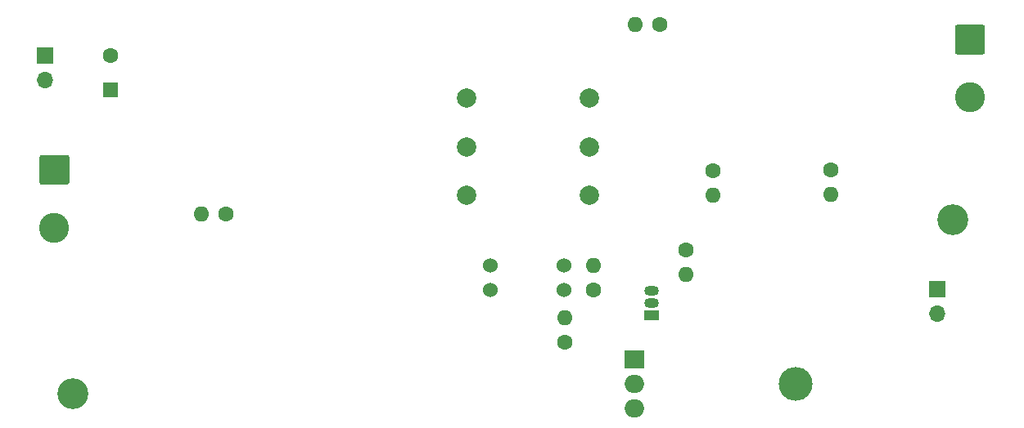
<source format=gbr>
%TF.GenerationSoftware,KiCad,Pcbnew,5.1.9-73d0e3b20d~88~ubuntu20.04.1*%
%TF.CreationDate,2021-03-11T22:15:51-06:00*%
%TF.ProjectId,iso,69736f2e-6b69-4636-9164-5f7063625858,rev?*%
%TF.SameCoordinates,Original*%
%TF.FileFunction,Soldermask,Bot*%
%TF.FilePolarity,Negative*%
%FSLAX46Y46*%
G04 Gerber Fmt 4.6, Leading zero omitted, Abs format (unit mm)*
G04 Created by KiCad (PCBNEW 5.1.9-73d0e3b20d~88~ubuntu20.04.1) date 2021-03-11 22:15:51*
%MOMM*%
%LPD*%
G01*
G04 APERTURE LIST*
%ADD10C,3.200000*%
%ADD11C,2.000000*%
%ADD12O,1.600000X1.600000*%
%ADD13C,1.600000*%
%ADD14O,2.000000X1.905000*%
%ADD15R,2.000000X1.905000*%
%ADD16O,3.500000X3.500000*%
%ADD17R,1.500000X1.050000*%
%ADD18O,1.500000X1.050000*%
%ADD19C,1.524000*%
%ADD20O,1.700000X1.700000*%
%ADD21R,1.700000X1.700000*%
%ADD22C,3.100000*%
%ADD23R,1.600000X1.600000*%
G04 APERTURE END LIST*
D10*
%TO.C,REF\u002A\u002A*%
X271890000Y-104605000D03*
%TD*%
%TO.C,REF\u002A\u002A*%
X180890000Y-122605000D03*
%TD*%
D11*
%TO.C,T1*%
X234340000Y-102005000D03*
X234340000Y-97005000D03*
X234340000Y-92005000D03*
X221640000Y-102005000D03*
X221640000Y-92005000D03*
X221640000Y-97005000D03*
%TD*%
D12*
%TO.C,R12*%
X247090000Y-102045000D03*
D13*
X247090000Y-99505000D03*
%TD*%
D12*
%TO.C,R11*%
X239050000Y-84305000D03*
D13*
X241590000Y-84305000D03*
%TD*%
D14*
%TO.C,U5*%
X238965000Y-124160000D03*
X238965000Y-121620000D03*
D15*
X238965000Y-119080000D03*
D16*
X255625000Y-121620000D03*
%TD*%
D17*
%TO.C,U3*%
X240740000Y-114505000D03*
D18*
X240740000Y-111965000D03*
X240740000Y-113235000D03*
%TD*%
D19*
%TO.C,U2*%
X224105000Y-111900000D03*
X224105000Y-109360000D03*
X231725000Y-109360000D03*
X231725000Y-111900000D03*
%TD*%
D13*
%TO.C,R18*%
X259290000Y-99405000D03*
D12*
X259290000Y-101945000D03*
%TD*%
%TO.C,R15*%
X244290000Y-110245000D03*
D13*
X244290000Y-107705000D03*
%TD*%
D12*
%TO.C,R14*%
X234715000Y-109290000D03*
D13*
X234715000Y-111830000D03*
%TD*%
D12*
%TO.C,R13*%
X231765000Y-114740000D03*
D13*
X231765000Y-117280000D03*
%TD*%
D12*
%TO.C,R3*%
X194200000Y-104005000D03*
D13*
X196740000Y-104005000D03*
%TD*%
D20*
%TO.C,J4*%
X270290000Y-114345000D03*
D21*
X270290000Y-111805000D03*
%TD*%
D22*
%TO.C,J3*%
X273690000Y-91905000D03*
G36*
G01*
X272389999Y-84355000D02*
X274990001Y-84355000D01*
G75*
G02*
X275240000Y-84604999I0J-249999D01*
G01*
X275240000Y-87205001D01*
G75*
G02*
X274990001Y-87455000I-249999J0D01*
G01*
X272389999Y-87455000D01*
G75*
G02*
X272140000Y-87205001I0J249999D01*
G01*
X272140000Y-84604999D01*
G75*
G02*
X272389999Y-84355000I249999J0D01*
G01*
G37*
%TD*%
D20*
%TO.C,J2*%
X177990000Y-90145000D03*
D21*
X177990000Y-87605000D03*
%TD*%
D22*
%TO.C,J1*%
X178990000Y-105405000D03*
G36*
G01*
X177689999Y-97855000D02*
X180290001Y-97855000D01*
G75*
G02*
X180540000Y-98104999I0J-249999D01*
G01*
X180540000Y-100705001D01*
G75*
G02*
X180290001Y-100955000I-249999J0D01*
G01*
X177689999Y-100955000D01*
G75*
G02*
X177440000Y-100705001I0J249999D01*
G01*
X177440000Y-98104999D01*
G75*
G02*
X177689999Y-97855000I249999J0D01*
G01*
G37*
%TD*%
D13*
%TO.C,C2*%
X184790000Y-87605000D03*
D23*
X184790000Y-91105000D03*
%TD*%
M02*

</source>
